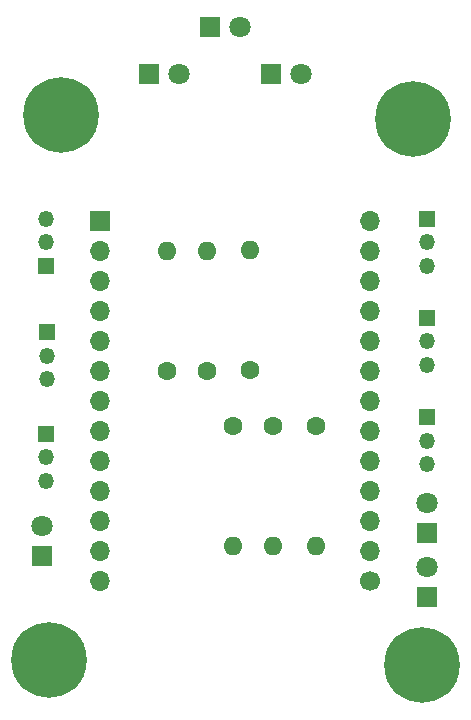
<source format=gbr>
%TF.GenerationSoftware,KiCad,Pcbnew,6.0.9-8da3e8f707~116~ubuntu20.04.1*%
%TF.CreationDate,2022-11-02T01:09:37+01:00*%
%TF.ProjectId,eleonora amianto 28bps,656c656f-6e6f-4726-9120-616d69616e74,rev?*%
%TF.SameCoordinates,Original*%
%TF.FileFunction,Soldermask,Top*%
%TF.FilePolarity,Negative*%
%FSLAX46Y46*%
G04 Gerber Fmt 4.6, Leading zero omitted, Abs format (unit mm)*
G04 Created by KiCad (PCBNEW 6.0.9-8da3e8f707~116~ubuntu20.04.1) date 2022-11-02 01:09:37*
%MOMM*%
%LPD*%
G01*
G04 APERTURE LIST*
%ADD10R,1.800000X1.800000*%
%ADD11C,1.800000*%
%ADD12C,1.600000*%
%ADD13O,1.600000X1.600000*%
%ADD14C,6.400000*%
%ADD15R,1.350000X1.350000*%
%ADD16O,1.350000X1.350000*%
%ADD17R,1.700000X1.700000*%
%ADD18O,1.700000X1.700000*%
%ADD19C,1.700000*%
G04 APERTURE END LIST*
D10*
%TO.C,D2*%
X103600000Y-84200000D03*
D11*
X106140000Y-84200000D03*
%TD*%
D10*
%TO.C,D3*%
X98460000Y-88200000D03*
D11*
X101000000Y-88200000D03*
%TD*%
D10*
%TO.C,D1*%
X108800000Y-88200000D03*
D11*
X111340000Y-88200000D03*
%TD*%
D12*
%TO.C,R1*%
X107000000Y-113200000D03*
D13*
X107000000Y-103040000D03*
%TD*%
D12*
%TO.C,R3*%
X100000000Y-113290000D03*
D13*
X100000000Y-103130000D03*
%TD*%
D12*
%TO.C,R4*%
X105600000Y-118000000D03*
D13*
X105600000Y-128160000D03*
%TD*%
D12*
%TO.C,R5*%
X109000000Y-118000000D03*
D13*
X109000000Y-128160000D03*
%TD*%
D12*
%TO.C,R6*%
X112600000Y-118000000D03*
D13*
X112600000Y-128160000D03*
%TD*%
D12*
%TO.C,R2*%
X103400000Y-113290000D03*
D13*
X103400000Y-103130000D03*
%TD*%
D10*
%TO.C,D5*%
X122000000Y-132400000D03*
D11*
X122000000Y-129860000D03*
%TD*%
D10*
%TO.C,D6*%
X89400000Y-129000000D03*
D11*
X89400000Y-126460000D03*
%TD*%
D14*
%TO.C,REF\u002A\u002A*%
X90000000Y-137800000D03*
%TD*%
D15*
%TO.C,RV4*%
X89750000Y-118600000D03*
D16*
X89750000Y-120600000D03*
X89750000Y-122600000D03*
%TD*%
D15*
%TO.C,M1*%
X122000000Y-100400000D03*
D16*
X122000000Y-102400000D03*
X122000000Y-104400000D03*
%TD*%
D15*
%TO.C,RV1*%
X122000000Y-117200000D03*
D16*
X122000000Y-119200000D03*
X122000000Y-121200000D03*
%TD*%
D15*
%TO.C,HB1*%
X89750000Y-104400000D03*
D16*
X89750000Y-102400000D03*
X89750000Y-100400000D03*
%TD*%
D14*
%TO.C,REF\u002A\u002A*%
X121600000Y-138200000D03*
%TD*%
D15*
%TO.C,RV3*%
X89800000Y-110000000D03*
D16*
X89800000Y-112000000D03*
X89800000Y-114000000D03*
%TD*%
D14*
%TO.C,REF\u002A\u002A*%
X91000000Y-91600000D03*
%TD*%
D17*
%TO.C,U1*%
X94340000Y-100635000D03*
D18*
X94340000Y-103175000D03*
X94340000Y-105715000D03*
X94340000Y-108255000D03*
X94340000Y-110795000D03*
X94340000Y-113335000D03*
X94340000Y-115875000D03*
X94340000Y-118415000D03*
X94340000Y-120955000D03*
X94340000Y-123495000D03*
X94340000Y-126035000D03*
X94340000Y-128575000D03*
X94340000Y-131115000D03*
D19*
X117200000Y-131115000D03*
D18*
X117200000Y-128575000D03*
X117200000Y-126035000D03*
X117200000Y-123495000D03*
X117200000Y-120955000D03*
X117200000Y-118415000D03*
X117200000Y-115875000D03*
X117200000Y-113335000D03*
X117200000Y-110795000D03*
X117200000Y-108255000D03*
X117200000Y-105715000D03*
X117200000Y-103175000D03*
X117200000Y-100635000D03*
%TD*%
D10*
%TO.C,D4*%
X122000000Y-127000000D03*
D11*
X122000000Y-124460000D03*
%TD*%
D15*
%TO.C,RV2*%
X122000000Y-108800000D03*
D16*
X122000000Y-110800000D03*
X122000000Y-112800000D03*
%TD*%
D14*
%TO.C,REF\u002A\u002A*%
X120800000Y-92000000D03*
%TD*%
M02*

</source>
